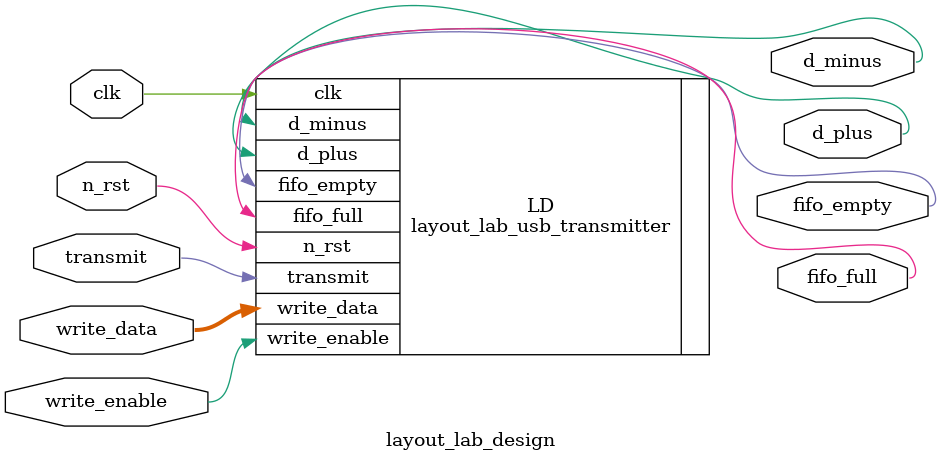
<source format=sv>

module layout_lab_design
(
	input  wire clk,
	input  wire n_rst, 
	output wire d_plus,
	output wire d_minus,
	input  wire transmit,
	input  wire write_enable,
	input  wire [7:0] write_data,
	output wire fifo_empty,
	output wire fifo_full
);
	
	layout_lab_usb_transmitter LD
	(
		.clk(clk),
		.n_rst(n_rst),
		.d_plus(d_plus),
		.d_minus(d_minus),
		.transmit(transmit),
		.write_enable(write_enable),
		.write_data(write_data),
		.fifo_empty(fifo_empty),
		.fifo_full(fifo_full)
	);
	
endmodule

</source>
